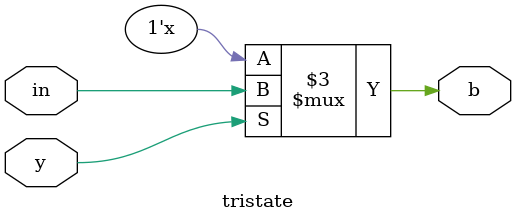
<source format=v>
module tristate(input in,y,output reg b);
always@(*)
begin
    if(y)
        b=in;
    else
        b=1'bz;
end
endmodule


</source>
